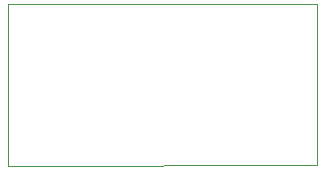
<source format=gbr>
G04 #@! TF.GenerationSoftware,KiCad,Pcbnew,5.1.5*
G04 #@! TF.CreationDate,2019-12-29T20:10:12-05:00*
G04 #@! TF.ProjectId,cluster-luks-key,636c7573-7465-4722-9d6c-756b732d6b65,v01*
G04 #@! TF.SameCoordinates,Original*
G04 #@! TF.FileFunction,Profile,NP*
%FSLAX46Y46*%
G04 Gerber Fmt 4.6, Leading zero omitted, Abs format (unit mm)*
G04 Created by KiCad (PCBNEW 5.1.5) date 2019-12-29 20:10:12*
%MOMM*%
%LPD*%
G04 APERTURE LIST*
%ADD10C,0.050000*%
G04 APERTURE END LIST*
D10*
X142780000Y-94000000D02*
X142770000Y-94000000D01*
X168900000Y-94000000D02*
X168900000Y-94030000D01*
X168900000Y-94000000D02*
X142780000Y-94000000D01*
X168900000Y-107680000D02*
X168900000Y-94030000D01*
X142770000Y-107700000D02*
X168900000Y-107680000D01*
X142770000Y-94000000D02*
X142770000Y-107700000D01*
M02*

</source>
